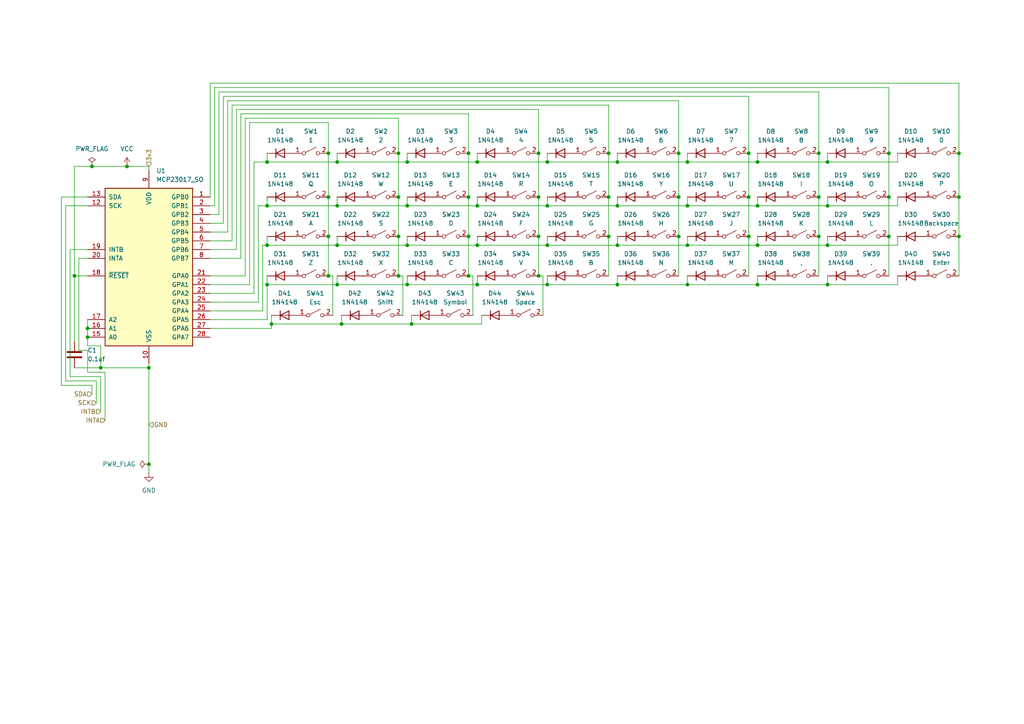
<source format=kicad_sch>
(kicad_sch (version 20250114) (generator "eeschema") (generator_version "9.0")
  (paper "A4")
  (junction (at 77.47 71.12))
  (junction (at 176.53 57.15))
  (junction (at 240.03 82.55))
  (junction (at 135.89 44.45))
  (junction (at 77.47 46.99))
  (junction (at 95.25 80.01))
  (junction (at 97.79 82.55))
  (junction (at 135.89 68.58))
  (junction (at 240.03 71.12))
  (junction (at 156.21 44.45))
  (junction (at 95.25 57.15))
  (junction (at 158.75 46.99))
  (junction (at 257.81 44.45))
  (junction (at 25.4 97.79))
  (junction (at 179.07 71.12))
  (junction (at 25.4 95.25))
  (junction (at 43.18 106.68))
  (junction (at 115.57 44.45))
  (junction (at 158.75 71.12))
  (junction (at 176.53 44.45))
  (junction (at 97.79 46.99))
  (junction (at 278.13 44.45))
  (junction (at 135.89 80.01))
  (junction (at 115.57 68.58))
  (junction (at 118.11 82.55))
  (junction (at 240.03 59.69))
  (junction (at 99.06 93.98))
  (junction (at 115.57 80.01))
  (junction (at 156.21 57.15))
  (junction (at 219.71 59.69))
  (junction (at 97.79 71.12))
  (junction (at 119.38 93.98))
  (junction (at 138.43 71.12))
  (junction (at 278.13 68.58))
  (junction (at 77.47 59.69))
  (junction (at 217.17 68.58))
  (junction (at 138.43 46.99))
  (junction (at 97.79 59.69))
  (junction (at 240.03 46.99))
  (junction (at 158.75 59.69))
  (junction (at 179.07 82.55))
  (junction (at 36.83 48.26))
  (junction (at 135.89 57.15))
  (junction (at 77.47 82.55))
  (junction (at 158.75 82.55))
  (junction (at 237.49 68.58))
  (junction (at 95.25 44.45))
  (junction (at 179.07 59.69))
  (junction (at 219.71 71.12))
  (junction (at 43.18 134.62))
  (junction (at 217.17 44.45))
  (junction (at 29.21 106.68))
  (junction (at 21.59 80.01))
  (junction (at 95.25 68.58))
  (junction (at 179.07 46.99))
  (junction (at 176.53 68.58))
  (junction (at 156.21 80.01))
  (junction (at 196.85 44.45))
  (junction (at 199.39 82.55))
  (junction (at 199.39 71.12))
  (junction (at 237.49 44.45))
  (junction (at 156.21 68.58))
  (junction (at 199.39 46.99))
  (junction (at 115.57 57.15))
  (junction (at 118.11 46.99))
  (junction (at 26.67 48.26))
  (junction (at 219.71 82.55))
  (junction (at 219.71 46.99))
  (junction (at 257.81 57.15))
  (junction (at 217.17 57.15))
  (junction (at 196.85 68.58))
  (junction (at 199.39 59.69))
  (junction (at 118.11 59.69))
  (junction (at 257.81 68.58))
  (junction (at 118.11 71.12))
  (junction (at 196.85 57.15))
  (junction (at 237.49 57.15))
  (junction (at 138.43 59.69))
  (junction (at 278.13 57.15))
  (junction (at 138.43 82.55))
  (junction (at 78.74 93.98))
  (wire (pts (xy 69.85 74.93) (xy 69.85 33.02)))
  (wire (pts (xy 157.48 80.01) (xy 156.21 80.01)))
  (wire (pts (xy 97.79 59.69) (xy 118.11 59.69)))
  (wire (pts (xy 278.13 68.58) (xy 278.13 80.01)))
  (wire (pts (xy 60.96 85.09) (xy 73.66 85.09)))
  (wire (pts (xy 156.21 31.75) (xy 156.21 44.45)))
  (wire (pts (xy 217.17 27.94) (xy 217.17 44.45)))
  (wire (pts (xy 199.39 44.45) (xy 199.39 46.99)))
  (wire (pts (xy 260.35 57.15) (xy 260.35 59.69)))
  (wire (pts (xy 95.25 44.45) (xy 95.25 57.15)))
  (wire (pts (xy 25.4 57.15) (xy 17.78 57.15)))
  (wire (pts (xy 29.21 106.68) (xy 43.18 106.68)))
  (wire (pts (xy 78.74 93.98) (xy 78.74 91.44)))
  (wire (pts (xy 62.23 59.69) (xy 62.23 25.4)))
  (wire (pts (xy 97.79 71.12) (xy 118.11 71.12)))
  (wire (pts (xy 217.17 57.15) (xy 217.17 68.58)))
  (wire (pts (xy 60.96 90.17) (xy 76.2 90.17)))
  (wire (pts (xy 115.57 68.58) (xy 115.57 80.01)))
  (wire (pts (xy 19.05 110.49) (xy 27.94 110.49)))
  (wire (pts (xy 77.47 46.99) (xy 97.79 46.99)))
  (wire (pts (xy 138.43 68.58) (xy 138.43 71.12)))
  (wire (pts (xy 138.43 44.45) (xy 138.43 46.99)))
  (wire (pts (xy 60.96 69.85) (xy 67.31 69.85)))
  (wire (pts (xy 237.49 68.58) (xy 237.49 80.01)))
  (wire (pts (xy 73.66 85.09) (xy 73.66 46.99)))
  (wire (pts (xy 78.74 95.25) (xy 78.74 93.98)))
  (wire (pts (xy 240.03 80.01) (xy 240.03 82.55)))
  (wire (pts (xy 66.04 67.31) (xy 66.04 29.21)))
  (wire (pts (xy 257.81 25.4) (xy 257.81 44.45)))
  (wire (pts (xy 135.89 68.58) (xy 135.89 80.01)))
  (wire (pts (xy 72.39 35.56) (xy 95.25 35.56)))
  (wire (pts (xy 60.96 74.93) (xy 69.85 74.93)))
  (wire (pts (xy 158.75 44.45) (xy 158.75 46.99)))
  (wire (pts (xy 240.03 44.45) (xy 240.03 46.99)))
  (wire (pts (xy 25.4 107.95) (xy 30.48 107.95)))
  (wire (pts (xy 119.38 93.98) (xy 139.7 93.98)))
  (wire (pts (xy 60.96 95.25) (xy 78.74 95.25)))
  (wire (pts (xy 96.52 80.01) (xy 95.25 80.01)))
  (wire (pts (xy 176.53 68.58) (xy 176.53 80.01)))
  (wire (pts (xy 67.31 69.85) (xy 67.31 30.48)))
  (wire (pts (xy 179.07 68.58) (xy 179.07 71.12)))
  (wire (pts (xy 21.59 106.68) (xy 29.21 106.68)))
  (wire (pts (xy 43.18 106.68) (xy 43.18 134.62)))
  (wire (pts (xy 196.85 29.21) (xy 196.85 44.45)))
  (wire (pts (xy 260.35 68.58) (xy 260.35 71.12)))
  (wire (pts (xy 97.79 80.01) (xy 97.79 82.55)))
  (wire (pts (xy 77.47 92.71) (xy 77.47 82.55)))
  (wire (pts (xy 260.35 80.01) (xy 260.35 82.55)))
  (wire (pts (xy 60.96 80.01) (xy 71.12 80.01)))
  (wire (pts (xy 60.96 82.55) (xy 72.39 82.55)))
  (wire (pts (xy 95.25 35.56) (xy 95.25 44.45)))
  (wire (pts (xy 67.31 30.48) (xy 176.53 30.48)))
  (wire (pts (xy 158.75 68.58) (xy 158.75 71.12)))
  (wire (pts (xy 22.86 101.6) (xy 25.4 101.6)))
  (wire (pts (xy 138.43 57.15) (xy 138.43 59.69)))
  (wire (pts (xy 219.71 46.99) (xy 240.03 46.99)))
  (wire (pts (xy 63.5 26.67) (xy 237.49 26.67)))
  (wire (pts (xy 257.81 44.45) (xy 257.81 57.15)))
  (wire (pts (xy 260.35 46.99) (xy 260.35 44.45)))
  (wire (pts (xy 25.4 101.6) (xy 25.4 107.95)))
  (wire (pts (xy 237.49 57.15) (xy 237.49 68.58)))
  (wire (pts (xy 116.84 91.44) (xy 116.84 80.01)))
  (wire (pts (xy 158.75 80.01) (xy 158.75 82.55)))
  (wire (pts (xy 60.96 24.13) (xy 278.13 24.13)))
  (wire (pts (xy 158.75 57.15) (xy 158.75 59.69)))
  (wire (pts (xy 156.21 44.45) (xy 156.21 57.15)))
  (wire (pts (xy 118.11 57.15) (xy 118.11 59.69)))
  (wire (pts (xy 158.75 46.99) (xy 179.07 46.99)))
  (wire (pts (xy 25.4 95.25) (xy 25.4 97.79)))
  (wire (pts (xy 97.79 46.99) (xy 118.11 46.99)))
  (wire (pts (xy 118.11 80.01) (xy 118.11 82.55)))
  (wire (pts (xy 60.96 62.23) (xy 63.5 62.23)))
  (wire (pts (xy 64.77 27.94) (xy 217.17 27.94)))
  (wire (pts (xy 43.18 49.53) (xy 43.18 48.26)))
  (wire (pts (xy 219.71 80.01) (xy 219.71 82.55)))
  (wire (pts (xy 199.39 68.58) (xy 199.39 71.12)))
  (wire (pts (xy 199.39 46.99) (xy 219.71 46.99)))
  (wire (pts (xy 99.06 93.98) (xy 119.38 93.98)))
  (wire (pts (xy 219.71 82.55) (xy 240.03 82.55)))
  (wire (pts (xy 27.94 110.49) (xy 27.94 116.84)))
  (wire (pts (xy 72.39 82.55) (xy 72.39 35.56)))
  (wire (pts (xy 217.17 68.58) (xy 217.17 80.01)))
  (wire (pts (xy 219.71 57.15) (xy 219.71 59.69)))
  (wire (pts (xy 118.11 59.69) (xy 138.43 59.69)))
  (wire (pts (xy 179.07 71.12) (xy 199.39 71.12)))
  (wire (pts (xy 62.23 25.4) (xy 257.81 25.4)))
  (wire (pts (xy 240.03 71.12) (xy 260.35 71.12)))
  (wire (pts (xy 97.79 68.58) (xy 97.79 71.12)))
  (wire (pts (xy 76.2 90.17) (xy 76.2 71.12)))
  (wire (pts (xy 240.03 59.69) (xy 260.35 59.69)))
  (wire (pts (xy 219.71 59.69) (xy 240.03 59.69)))
  (wire (pts (xy 158.75 71.12) (xy 179.07 71.12)))
  (wire (pts (xy 25.4 97.79) (xy 25.4 100.33)))
  (wire (pts (xy 278.13 57.15) (xy 278.13 68.58)))
  (wire (pts (xy 60.96 59.69) (xy 62.23 59.69)))
  (wire (pts (xy 179.07 59.69) (xy 199.39 59.69)))
  (wire (pts (xy 219.71 71.12) (xy 240.03 71.12)))
  (wire (pts (xy 196.85 68.58) (xy 196.85 80.01)))
  (wire (pts (xy 97.79 82.55) (xy 118.11 82.55)))
  (wire (pts (xy 21.59 80.01) (xy 21.59 99.06)))
  (wire (pts (xy 60.96 67.31) (xy 66.04 67.31)))
  (wire (pts (xy 179.07 44.45) (xy 179.07 46.99)))
  (wire (pts (xy 74.93 59.69) (xy 77.47 59.69)))
  (wire (pts (xy 60.96 87.63) (xy 74.93 87.63)))
  (wire (pts (xy 158.75 59.69) (xy 179.07 59.69)))
  (wire (pts (xy 179.07 46.99) (xy 199.39 46.99)))
  (wire (pts (xy 29.21 100.33) (xy 29.21 106.68)))
  (wire (pts (xy 176.53 57.15) (xy 176.53 68.58)))
  (wire (pts (xy 217.17 44.45) (xy 217.17 57.15)))
  (wire (pts (xy 64.77 64.77) (xy 64.77 27.94)))
  (wire (pts (xy 22.86 74.93) (xy 22.86 101.6)))
  (wire (pts (xy 25.4 100.33) (xy 29.21 100.33)))
  (wire (pts (xy 115.57 44.45) (xy 115.57 34.29)))
  (wire (pts (xy 25.4 72.39) (xy 20.32 72.39)))
  (wire (pts (xy 278.13 24.13) (xy 278.13 44.45)))
  (wire (pts (xy 116.84 80.01) (xy 115.57 80.01)))
  (wire (pts (xy 60.96 72.39) (xy 68.58 72.39)))
  (wire (pts (xy 20.32 72.39) (xy 20.32 109.22)))
  (wire (pts (xy 237.49 26.67) (xy 237.49 44.45)))
  (wire (pts (xy 115.57 57.15) (xy 115.57 68.58)))
  (wire (pts (xy 77.47 68.58) (xy 77.47 71.12)))
  (wire (pts (xy 135.89 57.15) (xy 135.89 68.58)))
  (wire (pts (xy 36.83 48.26) (xy 43.18 48.26)))
  (wire (pts (xy 68.58 31.75) (xy 156.21 31.75)))
  (wire (pts (xy 257.81 57.15) (xy 257.81 68.58)))
  (wire (pts (xy 60.96 57.15) (xy 60.96 24.13)))
  (wire (pts (xy 196.85 57.15) (xy 196.85 68.58)))
  (wire (pts (xy 60.96 64.77) (xy 64.77 64.77)))
  (wire (pts (xy 199.39 57.15) (xy 199.39 59.69)))
  (wire (pts (xy 43.18 134.62) (xy 43.18 137.16)))
  (wire (pts (xy 199.39 59.69) (xy 219.71 59.69)))
  (wire (pts (xy 219.71 68.58) (xy 219.71 71.12)))
  (wire (pts (xy 278.13 44.45) (xy 278.13 57.15)))
  (wire (pts (xy 199.39 71.12) (xy 219.71 71.12)))
  (wire (pts (xy 176.53 44.45) (xy 176.53 57.15)))
  (wire (pts (xy 26.67 48.26) (xy 36.83 48.26)))
  (wire (pts (xy 30.48 107.95) (xy 30.48 121.92)))
  (wire (pts (xy 21.59 48.26) (xy 26.67 48.26)))
  (wire (pts (xy 60.96 92.71) (xy 77.47 92.71)))
  (wire (pts (xy 77.47 82.55) (xy 97.79 82.55)))
  (wire (pts (xy 73.66 46.99) (xy 77.47 46.99)))
  (wire (pts (xy 74.93 87.63) (xy 74.93 59.69)))
  (wire (pts (xy 71.12 34.29) (xy 115.57 34.29)))
  (wire (pts (xy 71.12 80.01) (xy 71.12 34.29)))
  (wire (pts (xy 156.21 68.58) (xy 156.21 80.01)))
  (wire (pts (xy 135.89 44.45) (xy 135.89 57.15)))
  (wire (pts (xy 96.52 91.44) (xy 96.52 80.01)))
  (wire (pts (xy 118.11 68.58) (xy 118.11 71.12)))
  (wire (pts (xy 78.74 93.98) (xy 99.06 93.98)))
  (wire (pts (xy 199.39 82.55) (xy 219.71 82.55)))
  (wire (pts (xy 95.25 57.15) (xy 95.25 68.58)))
  (wire (pts (xy 237.49 44.45) (xy 237.49 57.15)))
  (wire (pts (xy 77.47 71.12) (xy 97.79 71.12)))
  (wire (pts (xy 138.43 46.99) (xy 158.75 46.99)))
  (wire (pts (xy 139.7 93.98) (xy 139.7 91.44)))
  (wire (pts (xy 25.4 92.71) (xy 25.4 95.25)))
  (wire (pts (xy 135.89 44.45) (xy 135.89 33.02)))
  (wire (pts (xy 179.07 57.15) (xy 179.07 59.69)))
  (wire (pts (xy 179.07 80.01) (xy 179.07 82.55)))
  (wire (pts (xy 68.58 72.39) (xy 68.58 31.75)))
  (wire (pts (xy 25.4 59.69) (xy 19.05 59.69)))
  (wire (pts (xy 137.16 80.01) (xy 135.89 80.01)))
  (wire (pts (xy 196.85 44.45) (xy 196.85 57.15)))
  (wire (pts (xy 118.11 71.12) (xy 138.43 71.12)))
  (wire (pts (xy 257.81 68.58) (xy 257.81 80.01)))
  (wire (pts (xy 179.07 82.55) (xy 199.39 82.55)))
  (wire (pts (xy 138.43 59.69) (xy 158.75 59.69)))
  (wire (pts (xy 19.05 59.69) (xy 19.05 110.49)))
  (wire (pts (xy 25.4 80.01) (xy 21.59 80.01)))
  (wire (pts (xy 138.43 82.55) (xy 158.75 82.55)))
  (wire (pts (xy 240.03 46.99) (xy 260.35 46.99)))
  (wire (pts (xy 118.11 46.99) (xy 138.43 46.99)))
  (wire (pts (xy 156.21 57.15) (xy 156.21 68.58)))
  (wire (pts (xy 240.03 57.15) (xy 240.03 59.69)))
  (wire (pts (xy 43.18 105.41) (xy 43.18 106.68)))
  (wire (pts (xy 26.67 111.76) (xy 26.67 114.3)))
  (wire (pts (xy 21.59 80.01) (xy 21.59 48.26)))
  (wire (pts (xy 17.78 111.76) (xy 26.67 111.76)))
  (wire (pts (xy 118.11 82.55) (xy 138.43 82.55)))
  (wire (pts (xy 115.57 44.45) (xy 115.57 57.15)))
  (wire (pts (xy 69.85 33.02) (xy 135.89 33.02)))
  (wire (pts (xy 95.25 68.58) (xy 95.25 80.01)))
  (wire (pts (xy 138.43 80.01) (xy 138.43 82.55)))
  (wire (pts (xy 240.03 82.55) (xy 260.35 82.55)))
  (wire (pts (xy 97.79 57.15) (xy 97.79 59.69)))
  (wire (pts (xy 76.2 71.12) (xy 77.47 71.12)))
  (wire (pts (xy 219.71 44.45) (xy 219.71 46.99)))
  (wire (pts (xy 77.47 82.55) (xy 77.47 80.01)))
  (wire (pts (xy 77.47 44.45) (xy 77.47 46.99)))
  (wire (pts (xy 77.47 57.15) (xy 77.47 59.69)))
  (wire (pts (xy 138.43 71.12) (xy 158.75 71.12)))
  (wire (pts (xy 157.48 91.44) (xy 157.48 80.01)))
  (wire (pts (xy 137.16 91.44) (xy 137.16 80.01)))
  (wire (pts (xy 20.32 109.22) (xy 29.21 109.22)))
  (wire (pts (xy 119.38 91.44) (xy 119.38 93.98)))
  (wire (pts (xy 99.06 91.44) (xy 99.06 93.98)))
  (wire (pts (xy 63.5 62.23) (xy 63.5 26.67)))
  (wire (pts (xy 118.11 44.45) (xy 118.11 46.99)))
  (wire (pts (xy 176.53 30.48) (xy 176.53 44.45)))
  (wire (pts (xy 158.75 82.55) (xy 179.07 82.55)))
  (wire (pts (xy 66.04 29.21) (xy 196.85 29.21)))
  (wire (pts (xy 97.79 44.45) (xy 97.79 46.99)))
  (wire (pts (xy 29.21 109.22) (xy 29.21 119.38)))
  (wire (pts (xy 77.47 59.69) (xy 97.79 59.69)))
  (wire (pts (xy 17.78 57.15) (xy 17.78 111.76)))
  (wire (pts (xy 25.4 74.93) (xy 22.86 74.93)))
  (wire (pts (xy 240.03 68.58) (xy 240.03 71.12)))
  (wire (pts (xy 199.39 80.01) (xy 199.39 82.55)))
  (hierarchical_label "SDA" (shape input) (at 26.67 114.3 180))
  (hierarchical_label "INTA" (shape input) (at 30.48 121.92 180))
  (hierarchical_label "SCK" (shape input) (at 27.94 116.84 180))
  (hierarchical_label "3v3" (shape input) (at 43.18 48.26 90))
  (hierarchical_label "INTB" (shape input) (at 29.21 119.38 180))
  (hierarchical_label "GND" (shape input) (at 43.18 123.19 0))
  (symbol (lib_id "Switch:SW_SPST") (at 212.09 80.01 0) (unit 1)
    (property "Reference" "SW37" (at 212.09 73.66 0))
    (property "Value" "M" (at 212.09 76.2 0))
    (property "Footprint" "PTS526_SM15_SMTR2_LFS:SON4_PTS526 SM15 SMTR2 LFS_CNK FLIPPED PINS" (effects (hide yes)))
    (property "Description" "Single Pole Single Throw (SPST) switch" (effects (hide yes)))
  )
  (symbol (lib_id "Switch:SW_SPST") (at 152.4 91.44 0) (unit 1)
    (property "Reference" "SW44" (at 152.4 85.09 0))
    (property "Value" "Space" (at 152.4 87.63 0))
    (property "Footprint" "PTS526_SM15_SMTR2_LFS:SON4_PTS526 SM15 SMTR2 LFS_CNK FLIPPED PINS" (effects (hide yes)))
    (property "Description" "Single Pole Single Throw (SPST) switch" (effects (hide yes)))
  )
  (symbol (lib_id "Diode:1N4148") (at 81.28 44.45 0) (unit 1)
    (property "Reference" "D1" (at 81.28 38.1 0))
    (property "Value" "1N4148" (at 81.28 40.64 0))
    (property "Footprint" "Diode_SMD:D_SOD-323_HandSoldering" (effects (hide yes)))
    (property "Datasheet" "https://assets.nexperia.com/documents/data-sheet/1N4148_1N4448.pdf" (effects (hide yes)))
    (property "Description" "100V 0.15A standard switching diode, DO-35" (effects (hide yes)))
    (property "Sim.Device" "D" (effects (hide yes)))
    (property "Sim.Pins" "1=K 2=A" (effects (hide yes)))
  )
  (symbol (lib_id "Diode:1N4148") (at 102.87 91.44 0) (unit 1)
    (property "Reference" "D42" (at 102.87 85.09 0))
    (property "Value" "1N4148" (at 102.87 87.63 0))
    (property "Footprint" "Diode_SMD:D_SOD-323_HandSoldering" (effects (hide yes)))
    (property "Datasheet" "https://assets.nexperia.com/documents/data-sheet/1N4148_1N4448.pdf" (effects (hide yes)))
    (property "Description" "100V 0.15A standard switching diode, DO-35" (effects (hide yes)))
    (property "Sim.Device" "D" (effects (hide yes)))
    (property "Sim.Pins" "1=K 2=A" (effects (hide yes)))
  )
  (symbol (lib_id "Switch:SW_SPST") (at 151.13 68.58 0) (unit 1)
    (property "Reference" "SW24" (at 151.13 62.23 0))
    (property "Value" "F" (at 151.13 64.77 0))
    (property "Footprint" "PTS526_SM15_SMTR2_LFS:SON4_PTS526 SM15 SMTR2 LFS_CNK FLIPPED PINS" (effects (hide yes)))
    (property "Description" "Single Pole Single Throw (SPST) switch" (effects (hide yes)))
  )
  (symbol (lib_id "Diode:1N4148") (at 142.24 57.15 0) (unit 1)
    (property "Reference" "D14" (at 142.24 50.8 0))
    (property "Value" "1N4148" (at 142.24 53.34 0))
    (property "Footprint" "Diode_SMD:D_SOD-323_HandSoldering" (effects (hide yes)))
    (property "Datasheet" "https://assets.nexperia.com/documents/data-sheet/1N4148_1N4448.pdf" (effects (hide yes)))
    (property "Description" "100V 0.15A standard switching diode, DO-35" (effects (hide yes)))
    (property "Sim.Device" "D" (effects (hide yes)))
    (property "Sim.Pins" "1=K 2=A" (effects (hide yes)))
  )
  (symbol (lib_id "Switch:SW_SPST") (at 111.76 91.44 0) (unit 1)
    (property "Reference" "SW42" (at 111.76 85.09 0))
    (property "Value" "Shift" (at 111.76 87.63 0))
    (property "Footprint" "PTS526_SM15_SMTR2_LFS:SON4_PTS526 SM15 SMTR2 LFS_CNK FLIPPED PINS" (effects (hide yes)))
    (property "Description" "Single Pole Single Throw (SPST) switch" (effects (hide yes)))
  )
  (symbol (lib_id "Switch:SW_SPST") (at 232.41 68.58 0) (unit 1)
    (property "Reference" "SW28" (at 232.41 62.23 0))
    (property "Value" "K" (at 232.41 64.77 0))
    (property "Footprint" "PTS526_SM15_SMTR2_LFS:SON4_PTS526 SM15 SMTR2 LFS_CNK FLIPPED PINS" (effects (hide yes)))
    (property "Description" "Single Pole Single Throw (SPST) switch" (effects (hide yes)))
  )
  (symbol (lib_id "Diode:1N4148") (at 223.52 44.45 0) (unit 1)
    (property "Reference" "D8" (at 223.52 38.1 0))
    (property "Value" "1N4148" (at 223.52 40.64 0))
    (property "Footprint" "Diode_SMD:D_SOD-323_HandSoldering" (effects (hide yes)))
    (property "Datasheet" "https://assets.nexperia.com/documents/data-sheet/1N4148_1N4448.pdf" (effects (hide yes)))
    (property "Description" "100V 0.15A standard switching diode, DO-35" (effects (hide yes)))
    (property "Sim.Device" "D" (effects (hide yes)))
    (property "Sim.Pins" "1=K 2=A" (effects (hide yes)))
  )
  (symbol (lib_id "Switch:SW_SPST") (at 191.77 57.15 0) (unit 1)
    (property "Reference" "SW16" (at 191.77 50.8 0))
    (property "Value" "Y" (at 191.77 53.34 0))
    (property "Footprint" "PTS526_SM15_SMTR2_LFS:SON4_PTS526 SM15 SMTR2 LFS_CNK FLIPPED PINS" (effects (hide yes)))
    (property "Description" "Single Pole Single Throw (SPST) switch" (effects (hide yes)))
  )
  (symbol (lib_id "Diode:1N4148") (at 121.92 57.15 0) (unit 1)
    (property "Reference" "D13" (at 121.92 50.8 0))
    (property "Value" "1N4148" (at 121.92 53.34 0))
    (property "Footprint" "Diode_SMD:D_SOD-323_HandSoldering" (effects (hide yes)))
    (property "Datasheet" "https://assets.nexperia.com/documents/data-sheet/1N4148_1N4448.pdf" (effects (hide yes)))
    (property "Description" "100V 0.15A standard switching diode, DO-35" (effects (hide yes)))
    (property "Sim.Device" "D" (effects (hide yes)))
    (property "Sim.Pins" "1=K 2=A" (effects (hide yes)))
  )
  (symbol (lib_id "Diode:1N4148") (at 243.84 57.15 0) (unit 1)
    (property "Reference" "D19" (at 243.84 50.8 0))
    (property "Value" "1N4148" (at 243.84 53.34 0))
    (property "Footprint" "Diode_SMD:D_SOD-323_HandSoldering" (effects (hide yes)))
    (property "Datasheet" "https://assets.nexperia.com/documents/data-sheet/1N4148_1N4448.pdf" (effects (hide yes)))
    (property "Description" "100V 0.15A standard switching diode, DO-35" (effects (hide yes)))
    (property "Sim.Device" "D" (effects (hide yes)))
    (property "Sim.Pins" "1=K 2=A" (effects (hide yes)))
  )
  (symbol (lib_id "Diode:1N4148") (at 243.84 80.01 0) (unit 1)
    (property "Reference" "D39" (at 243.84 73.66 0))
    (property "Value" "1N4148" (at 243.84 76.2 0))
    (property "Footprint" "Diode_SMD:D_SOD-323_HandSoldering" (effects (hide yes)))
    (property "Datasheet" "https://assets.nexperia.com/documents/data-sheet/1N4148_1N4448.pdf" (effects (hide yes)))
    (property "Description" "100V 0.15A standard switching diode, DO-35" (effects (hide yes)))
    (property "Sim.Device" "D" (effects (hide yes)))
    (property "Sim.Pins" "1=K 2=A" (effects (hide yes)))
  )
  (symbol (lib_id "Switch:SW_SPST") (at 252.73 80.01 0) (unit 1)
    (property "Reference" "SW39" (at 252.73 73.66 0))
    (property "Value" "." (at 252.73 76.2 0))
    (property "Footprint" "PTS526_SM15_SMTR2_LFS:SON4_PTS526 SM15 SMTR2 LFS_CNK FLIPPED PINS" (effects (hide yes)))
    (property "Description" "Single Pole Single Throw (SPST) switch" (effects (hide yes)))
  )
  (symbol (lib_id "Switch:SW_SPST") (at 212.09 68.58 0) (unit 1)
    (property "Reference" "SW27" (at 212.09 62.23 0))
    (property "Value" "J" (at 212.09 64.77 0))
    (property "Footprint" "PTS526_SM15_SMTR2_LFS:SON4_PTS526 SM15 SMTR2 LFS_CNK FLIPPED PINS" (effects (hide yes)))
    (property "Description" "Single Pole Single Throw (SPST) switch" (effects (hide yes)))
  )
  (symbol (lib_id "Diode:1N4148") (at 162.56 57.15 0) (unit 1)
    (property "Reference" "D15" (at 162.56 50.8 0))
    (property "Value" "1N4148" (at 162.56 53.34 0))
    (property "Footprint" "Diode_SMD:D_SOD-323_HandSoldering" (effects (hide yes)))
    (property "Datasheet" "https://assets.nexperia.com/documents/data-sheet/1N4148_1N4448.pdf" (effects (hide yes)))
    (property "Description" "100V 0.15A standard switching diode, DO-35" (effects (hide yes)))
    (property "Sim.Device" "D" (effects (hide yes)))
    (property "Sim.Pins" "1=K 2=A" (effects (hide yes)))
  )
  (symbol (lib_id "Switch:SW_SPST") (at 151.13 57.15 0) (unit 1)
    (property "Reference" "SW14" (at 151.13 50.8 0))
    (property "Value" "R" (at 151.13 53.34 0))
    (property "Footprint" "PTS526_SM15_SMTR2_LFS:SON4_PTS526 SM15 SMTR2 LFS_CNK FLIPPED PINS" (effects (hide yes)))
    (property "Description" "Single Pole Single Throw (SPST) switch" (effects (hide yes)))
  )
  (symbol (lib_id "Switch:SW_SPST") (at 130.81 80.01 0) (unit 1)
    (property "Reference" "SW33" (at 130.81 73.66 0))
    (property "Value" "C" (at 130.81 76.2 0))
    (property "Footprint" "PTS526_SM15_SMTR2_LFS:SON4_PTS526 SM15 SMTR2 LFS_CNK FLIPPED PINS" (effects (hide yes)))
    (property "Description" "Single Pole Single Throw (SPST) switch" (effects (hide yes)))
  )
  (symbol (lib_id "Switch:SW_SPST") (at 273.05 44.45 0) (unit 1)
    (property "Reference" "SW10" (at 273.05 38.1 0))
    (property "Value" "0" (at 273.05 40.64 0))
    (property "Footprint" "PTS526_SM15_SMTR2_LFS:SON4_PTS526 SM15 SMTR2 LFS_CNK FLIPPED PINS" (effects (hide yes)))
    (property "Description" "Single Pole Single Throw (SPST) switch" (effects (hide yes)))
  )
  (symbol (lib_id "Switch:SW_SPST") (at 90.17 80.01 0) (unit 1)
    (property "Reference" "SW31" (at 90.17 73.66 0))
    (property "Value" "Z" (at 90.17 76.2 0))
    (property "Footprint" "PTS526_SM15_SMTR2_LFS:SON4_PTS526 SM15 SMTR2 LFS_CNK FLIPPED PINS" (effects (hide yes)))
    (property "Description" "Single Pole Single Throw (SPST) switch" (effects (hide yes)))
  )
  (symbol (lib_id "Diode:1N4148") (at 182.88 57.15 0) (unit 1)
    (property "Reference" "D16" (at 182.88 50.8 0))
    (property "Value" "1N4148" (at 182.88 53.34 0))
    (property "Footprint" "Diode_SMD:D_SOD-323_HandSoldering" (effects (hide yes)))
    (property "Datasheet" "https://assets.nexperia.com/documents/data-sheet/1N4148_1N4448.pdf" (effects (hide yes)))
    (property "Description" "100V 0.15A standard switching diode, DO-35" (effects (hide yes)))
    (property "Sim.Device" "D" (effects (hide yes)))
    (property "Sim.Pins" "1=K 2=A" (effects (hide yes)))
  )
  (symbol (lib_id "Diode:1N4148") (at 121.92 68.58 0) (unit 1)
    (property "Reference" "D23" (at 121.92 62.23 0))
    (property "Value" "1N4148" (at 121.92 64.77 0))
    (property "Footprint" "Diode_SMD:D_SOD-323_HandSoldering" (effects (hide yes)))
    (property "Datasheet" "https://assets.nexperia.com/documents/data-sheet/1N4148_1N4448.pdf" (effects (hide yes)))
    (property "Description" "100V 0.15A standard switching diode, DO-35" (effects (hide yes)))
    (property "Sim.Device" "D" (effects (hide yes)))
    (property "Sim.Pins" "1=K 2=A" (effects (hide yes)))
  )
  (symbol (lib_id "Switch:SW_SPST") (at 252.73 44.45 0) (unit 1)
    (property "Reference" "SW9" (at 252.73 38.1 0))
    (property "Value" "9" (at 252.73 40.64 0))
    (property "Footprint" "PTS526_SM15_SMTR2_LFS:SON4_PTS526 SM15 SMTR2 LFS_CNK FLIPPED PINS" (effects (hide yes)))
    (property "Description" "Single Pole Single Throw (SPST) switch" (effects (hide yes)))
  )
  (symbol (lib_id "Switch:SW_SPST") (at 130.81 68.58 0) (unit 1)
    (property "Reference" "SW23" (at 130.81 62.23 0))
    (property "Value" "D" (at 130.81 64.77 0))
    (property "Footprint" "PTS526_SM15_SMTR2_LFS:SON4_PTS526 SM15 SMTR2 LFS_CNK FLIPPED PINS" (effects (hide yes)))
    (property "Description" "Single Pole Single Throw (SPST) switch" (effects (hide yes)))
  )
  (symbol (lib_id "Switch:SW_SPST") (at 171.45 57.15 0) (unit 1)
    (property "Reference" "SW15" (at 171.45 50.8 0))
    (property "Value" "T" (at 171.45 53.34 0))
    (property "Footprint" "PTS526_SM15_SMTR2_LFS:SON4_PTS526 SM15 SMTR2 LFS_CNK FLIPPED PINS" (effects (hide yes)))
    (property "Description" "Single Pole Single Throw (SPST) switch" (effects (hide yes)))
  )
  (symbol (lib_id "Diode:1N4148") (at 101.6 57.15 0) (unit 1)
    (property "Reference" "D12" (at 101.6 50.8 0))
    (property "Value" "1N4148" (at 101.6 53.34 0))
    (property "Footprint" "Diode_SMD:D_SOD-323_HandSoldering" (effects (hide yes)))
    (property "Datasheet" "https://assets.nexperia.com/documents/data-sheet/1N4148_1N4448.pdf" (effects (hide yes)))
    (property "Description" "100V 0.15A standard switching diode, DO-35" (effects (hide yes)))
    (property "Sim.Device" "D" (effects (hide yes)))
    (property "Sim.Pins" "1=K 2=A" (effects (hide yes)))
  )
  (symbol (lib_id "Switch:SW_SPST") (at 212.09 44.45 0) (unit 1)
    (property "Reference" "SW7" (at 212.09 38.1 0))
    (property "Value" "7" (at 212.09 40.64 0))
    (property "Footprint" "PTS526_SM15_SMTR2_LFS:SON4_PTS526 SM15 SMTR2 LFS_CNK FLIPPED PINS" (effects (hide yes)))
    (property "Description" "Single Pole Single Throw (SPST) switch" (effects (hide yes)))
  )
  (symbol (lib_id "Switch:SW_SPST") (at 90.17 68.58 0) (unit 1)
    (property "Reference" "SW21" (at 90.17 62.23 0))
    (property "Value" "A" (at 90.17 64.77 0))
    (property "Footprint" "PTS526_SM15_SMTR2_LFS:SON4_PTS526 SM15 SMTR2 LFS_CNK FLIPPED PINS" (effects (hide yes)))
    (property "Description" "Single Pole Single Throw (SPST) switch" (effects (hide yes)))
  )
  (symbol (lib_id "Switch:SW_SPST") (at 91.44 91.44 0) (unit 1)
    (property "Reference" "SW41" (at 91.44 85.09 0))
    (property "Value" "Esc" (at 91.44 87.63 0))
    (property "Footprint" "PTS526_SM15_SMTR2_LFS:SON4_PTS526 SM15 SMTR2 LFS_CNK FLIPPED PINS" (effects (hide yes)))
    (property "Description" "Single Pole Single Throw (SPST) switch" (effects (hide yes)))
  )
  (symbol (lib_id "Diode:1N4148") (at 264.16 44.45 0) (unit 1)
    (property "Reference" "D10" (at 264.16 38.1 0))
    (property "Value" "1N4148" (at 264.16 40.64 0))
    (property "Footprint" "Diode_SMD:D_SOD-323_HandSoldering" (effects (hide yes)))
    (property "Datasheet" "https://assets.nexperia.com/documents/data-sheet/1N4148_1N4448.pdf" (effects (hide yes)))
    (property "Description" "100V 0.15A standard switching diode, DO-35" (effects (hide yes)))
    (property "Sim.Device" "D" (effects (hide yes)))
    (property "Sim.Pins" "1=K 2=A" (effects (hide yes)))
  )
  (symbol (lib_id "Switch:SW_SPST") (at 273.05 80.01 0) (unit 1)
    (property "Reference" "SW40" (at 273.05 73.66 0))
    (property "Value" "Enter" (at 273.05 76.2 0))
    (property "Footprint" "PTS526_SM15_SMTR2_LFS:SON4_PTS526 SM15 SMTR2 LFS_CNK FLIPPED PINS" (effects (hide yes)))
    (property "Description" "Single Pole Single Throw (SPST) switch" (effects (hide yes)))
  )
  (symbol (lib_id "Diode:1N4148") (at 264.16 68.58 0) (unit 1)
    (property "Reference" "D30" (at 264.16 62.23 0))
    (property "Value" "1N4148" (at 264.16 64.77 0))
    (property "Footprint" "Diode_SMD:D_SOD-323_HandSoldering" (effects (hide yes)))
    (property "Datasheet" "https://assets.nexperia.com/documents/data-sheet/1N4148_1N4448.pdf" (effects (hide yes)))
    (property "Description" "100V 0.15A standard switching diode, DO-35" (effects (hide yes)))
    (property "Sim.Device" "D" (effects (hide yes)))
    (property "Sim.Pins" "1=K 2=A" (effects (hide yes)))
  )
  (symbol (lib_id "Diode:1N4148") (at 203.2 57.15 0) (unit 1)
    (property "Reference" "D17" (at 203.2 50.8 0))
    (property "Value" "1N4148" (at 203.2 53.34 0))
    (property "Footprint" "Diode_SMD:D_SOD-323_HandSoldering" (effects (hide yes)))
    (property "Datasheet" "https://assets.nexperia.com/documents/data-sheet/1N4148_1N4448.pdf" (effects (hide yes)))
    (property "Description" "100V 0.15A standard switching diode, DO-35" (effects (hide yes)))
    (property "Sim.Device" "D" (effects (hide yes)))
    (property "Sim.Pins" "1=K 2=A" (effects (hide yes)))
  )
  (symbol (lib_id "Diode:1N4148") (at 101.6 80.01 0) (unit 1)
    (property "Reference" "D32" (at 101.6 73.66 0))
    (property "Value" "1N4148" (at 101.6 76.2 0))
    (property "Footprint" "Diode_SMD:D_SOD-323_HandSoldering" (effects (hide yes)))
    (property "Datasheet" "https://assets.nexperia.com/documents/data-sheet/1N4148_1N4448.pdf" (effects (hide yes)))
    (property "Description" "100V 0.15A standard switching diode, DO-35" (effects (hide yes)))
    (property "Sim.Device" "D" (effects (hide yes)))
    (property "Sim.Pins" "1=K 2=A" (effects (hide yes)))
  )
  (symbol (lib_id "Switch:SW_SPST") (at 273.05 68.58 0) (unit 1)
    (property "Reference" "SW30" (at 273.05 62.23 0))
    (property "Value" "Backspace" (at 273.05 64.77 0))
    (property "Footprint" "PTS526_SM15_SMTR2_LFS:SON4_PTS526 SM15 SMTR2 LFS_CNK FLIPPED PINS" (effects (hide yes)))
    (property "Description" "Single Pole Single Throw (SPST) switch" (effects (hide yes)))
  )
  (symbol (lib_id "Switch:SW_SPST") (at 110.49 57.15 0) (unit 1)
    (property "Reference" "SW12" (at 110.49 50.8 0))
    (property "Value" "W" (at 110.49 53.34 0))
    (property "Footprint" "PTS526_SM15_SMTR2_LFS:SON4_PTS526 SM15 SMTR2 LFS_CNK FLIPPED PINS" (effects (hide yes)))
    (property "Description" "Single Pole Single Throw (SPST) switch" (effects (hide yes)))
  )
  (symbol (lib_id "Switch:SW_SPST") (at 110.49 68.58 0) (unit 1)
    (property "Reference" "SW22" (at 110.49 62.23 0))
    (property "Value" "S" (at 110.49 64.77 0))
    (property "Footprint" "PTS526_SM15_SMTR2_LFS:SON4_PTS526 SM15 SMTR2 LFS_CNK FLIPPED PINS" (effects (hide yes)))
    (property "Description" "Single Pole Single Throw (SPST) switch" (effects (hide yes)))
  )
  (symbol (lib_id "Switch:SW_SPST") (at 212.09 57.15 0) (unit 1)
    (property "Reference" "SW17" (at 212.09 50.8 0))
    (property "Value" "U" (at 212.09 53.34 0))
    (property "Footprint" "PTS526_SM15_SMTR2_LFS:SON4_PTS526 SM15 SMTR2 LFS_CNK FLIPPED PINS" (effects (hide yes)))
    (property "Description" "Single Pole Single Throw (SPST) switch" (effects (hide yes)))
  )
  (symbol (lib_id "Switch:SW_SPST") (at 130.81 57.15 0) (unit 1)
    (property "Reference" "SW13" (at 130.81 50.8 0))
    (property "Value" "E" (at 130.81 53.34 0))
    (property "Footprint" "PTS526_SM15_SMTR2_LFS:SON4_PTS526 SM15 SMTR2 LFS_CNK FLIPPED PINS" (effects (hide yes)))
    (property "Description" "Single Pole Single Throw (SPST) switch" (effects (hide yes)))
  )
  (symbol (lib_id "Diode:1N4148") (at 82.55 91.44 0) (unit 1)
    (property "Reference" "D41" (at 82.55 85.09 0))
    (property "Value" "1N4148" (at 82.55 87.63 0))
    (property "Footprint" "Diode_SMD:D_SOD-323_HandSoldering" (effects (hide yes)))
    (property "Datasheet" "https://assets.nexperia.com/documents/data-sheet/1N4148_1N4448.pdf" (effects (hide yes)))
    (property "Description" "100V 0.15A standard switching diode, DO-35" (effects (hide yes)))
    (property "Sim.Device" "D" (effects (hide yes)))
    (property "Sim.Pins" "1=K 2=A" (effects (hide yes)))
  )
  (symbol (lib_id "power:GND") (at 43.18 137.16 0) (unit 1)
    (property "Reference" "#PWR02" (effects (hide yes)))
    (property "Value" "GND" (at 43.18 142.24 0))
    (property "Description" "Power symbol creates a global label with name \"GND\" , ground" (effects (hide yes)))
  )
  (symbol (lib_id "Switch:SW_SPST") (at 232.41 80.01 0) (unit 1)
    (property "Reference" "SW38" (at 232.41 73.66 0))
    (property "Value" "," (at 232.41 76.2 0))
    (property "Footprint" "PTS526_SM15_SMTR2_LFS:SON4_PTS526 SM15 SMTR2 LFS_CNK FLIPPED PINS" (effects (hide yes)))
    (property "Description" "Single Pole Single Throw (SPST) switch" (effects (hide yes)))
  )
  (symbol (lib_id "power:PWR_FLAG") (at 43.18 134.62 90) (unit 1)
    (property "Reference" "#FLG02" (effects (hide yes)))
    (property "Value" "PWR_FLAG" (at 39.37 134.6199 90) (effects (justify left)))
    (property "Description" "Special symbol for telling ERC where power comes from" (effects (hide yes)))
  )
  (symbol (lib_id "Diode:1N4148") (at 203.2 44.45 0) (unit 1)
    (property "Reference" "D7" (at 203.2 38.1 0))
    (property "Value" "1N4148" (at 203.2 40.64 0))
    (property "Footprint" "Diode_SMD:D_SOD-323_HandSoldering" (effects (hide yes)))
    (property "Datasheet" "https://assets.nexperia.com/documents/data-sheet/1N4148_1N4448.pdf" (effects (hide yes)))
    (property "Description" "100V 0.15A standard switching diode, DO-35" (effects (hide yes)))
    (property "Sim.Device" "D" (effects (hide yes)))
    (property "Sim.Pins" "1=K 2=A" (effects (hide yes)))
  )
  (symbol (lib_id "Switch:SW_SPST") (at 151.13 44.45 0) (unit 1)
    (property "Reference" "SW4" (at 151.13 38.1 0))
    (property "Value" "4" (at 151.13 40.64 0))
    (property "Footprint" "PTS526_SM15_SMTR2_LFS:SON4_PTS526 SM15 SMTR2 LFS_CNK FLIPPED PINS" (effects (hide yes)))
    (property "Description" "Single Pole Single Throw (SPST) switch" (effects (hide yes)))
  )
  (symbol (lib_id "Diode:1N4148") (at 243.84 68.58 0) (unit 1)
    (property "Reference" "D29" (at 243.84 62.23 0))
    (property "Value" "1N4148" (at 243.84 64.77 0))
    (property "Footprint" "Diode_SMD:D_SOD-323_HandSoldering" (effects (hide yes)))
    (property "Datasheet" "https://assets.nexperia.com/documents/data-sheet/1N4148_1N4448.pdf" (effects (hide yes)))
    (property "Description" "100V 0.15A standard switching diode, DO-35" (effects (hide yes)))
    (property "Sim.Device" "D" (effects (hide yes)))
    (property "Sim.Pins" "1=K 2=A" (effects (hide yes)))
  )
  (symbol (lib_id "Diode:1N4148") (at 162.56 80.01 0) (unit 1)
    (property "Reference" "D35" (at 162.56 73.66 0))
    (property "Value" "1N4148" (at 162.56 76.2 0))
    (property "Footprint" "Diode_SMD:D_SOD-323_HandSoldering" (effects (hide yes)))
    (property "Datasheet" "https://assets.nexperia.com/documents/data-sheet/1N4148_1N4448.pdf" (effects (hide yes)))
    (property "Description" "100V 0.15A standard switching diode, DO-35" (effects (hide yes)))
    (property "Sim.Device" "D" (effects (hide yes)))
    (property "Sim.Pins" "1=K 2=A" (effects (hide yes)))
  )
  (symbol (lib_id "Diode:1N4148") (at 162.56 44.45 0) (unit 1)
    (property "Reference" "D5" (at 162.56 38.1 0))
    (property "Value" "1N4148" (at 162.56 40.64 0))
    (property "Footprint" "Diode_SMD:D_SOD-323_HandSoldering" (effects (hide yes)))
    (property "Datasheet" "https://assets.nexperia.com/documents/data-sheet/1N4148_1N4448.pdf" (effects (hide yes)))
    (property "Description" "100V 0.15A standard switching diode, DO-35" (effects (hide yes)))
    (property "Sim.Device" "D" (effects (hide yes)))
    (property "Sim.Pins" "1=K 2=A" (effects (hide yes)))
  )
  (symbol (lib_id "Diode:1N4148") (at 203.2 68.58 0) (unit 1)
    (property "Reference" "D27" (at 203.2 62.23 0))
    (property "Value" "1N4148" (at 203.2 64.77 0))
    (property "Footprint" "Diode_SMD:D_SOD-323_HandSoldering" (effects (hide yes)))
    (property "Datasheet" "https://assets.nexperia.com/documents/data-sheet/1N4148_1N4448.pdf" (effects (hide yes)))
    (property "Description" "100V 0.15A standard switching diode, DO-35" (effects (hide yes)))
    (property "Sim.Device" "D" (effects (hide yes)))
    (property "Sim.Pins" "1=K 2=A" (effects (hide yes)))
  )
  (symbol (lib_id "Switch:SW_SPST") (at 232.41 44.45 0) (unit 1)
    (property "Reference" "SW8" (at 232.41 38.1 0))
    (property "Value" "8" (at 232.41 40.64 0))
    (property "Footprint" "PTS526_SM15_SMTR2_LFS:SON4_PTS526 SM15 SMTR2 LFS_CNK FLIPPED PINS" (effects (hide yes)))
    (property "Description" "Single Pole Single Throw (SPST) switch" (effects (hide yes)))
  )
  (symbol (lib_id "Diode:1N4148") (at 182.88 44.45 0) (unit 1)
    (property "Reference" "D6" (at 182.88 38.1 0))
    (property "Value" "1N4148" (at 182.88 40.64 0))
    (property "Footprint" "Diode_SMD:D_SOD-323_HandSoldering" (effects (hide yes)))
    (property "Datasheet" "https://assets.nexperia.com/documents/data-sheet/1N4148_1N4448.pdf" (effects (hide yes)))
    (property "Description" "100V 0.15A standard switching diode, DO-35" (effects (hide yes)))
    (property "Sim.Device" "D" (effects (hide yes)))
    (property "Sim.Pins" "1=K 2=A" (effects (hide yes)))
  )
  (symbol (lib_id "Diode:1N4148") (at 223.52 57.15 0) (unit 1)
    (property "Reference" "D18" (at 223.52 50.8 0))
    (property "Value" "1N4148" (at 223.52 53.34 0))
    (property "Footprint" "Diode_SMD:D_SOD-323_HandSoldering" (effects (hide yes)))
    (property "Datasheet" "https://assets.nexperia.com/documents/data-sheet/1N4148_1N4448.pdf" (effects (hide yes)))
    (property "Description" "100V 0.15A standard switching diode, DO-35" (effects (hide yes)))
    (property "Sim.Device" "D" (effects (hide yes)))
    (property "Sim.Pins" "1=K 2=A" (effects (hide yes)))
  )
  (symbol (lib_id "Diode:1N4148") (at 123.19 91.44 0) (unit 1)
    (property "Reference" "D43" (at 123.19 85.09 0))
    (property "Value" "1N4148" (at 123.19 87.63 0))
    (property "Footprint" "Diode_SMD:D_SOD-323_HandSoldering" (effects (hide yes)))
    (property "Datasheet" "https://assets.nexperia.com/documents/data-sheet/1N4148_1N4448.pdf" (effects (hide yes)))
    (property "Description" "100V 0.15A standard switching diode, DO-35" (effects (hide yes)))
    (property "Sim.Device" "D" (effects (hide yes)))
    (property "Sim.Pins" "1=K 2=A" (effects (hide yes)))
  )
  (symbol (lib_id "Switch:SW_SPST") (at 90.17 57.15 0) (unit 1)
    (property "Reference" "SW11" (at 90.17 50.8 0))
    (property "Value" "Q" (at 90.17 53.34 0))
    (property "Footprint" "PTS526_SM15_SMTR2_LFS:SON4_PTS526 SM15 SMTR2 LFS_CNK FLIPPED PINS" (effects (hide yes)))
    (property "Description" "Single Pole Single Throw (SPST) switch" (effects (hide yes)))
  )
  (symbol (lib_id "Diode:1N4148") (at 264.16 80.01 0) (unit 1)
    (property "Reference" "D40" (at 264.16 73.66 0))
    (property "Value" "1N4148" (at 264.16 76.2 0))
    (property "Footprint" "Diode_SMD:D_SOD-323_HandSoldering" (effects (hide yes)))
    (property "Datasheet" "https://assets.nexperia.com/documents/data-sheet/1N4148_1N4448.pdf" (effects (hide yes)))
    (property "Description" "100V 0.15A standard switching diode, DO-35" (effects (hide yes)))
    (property "Sim.Device" "D" (effects (hide yes)))
    (property "Sim.Pins" "1=K 2=A" (effects (hide yes)))
  )
  (symbol (lib_id "Diode:1N4148") (at 143.51 91.44 0) (unit 1)
    (property "Reference" "D44" (at 143.51 85.09 0))
    (property "Value" "1N4148" (at 143.51 87.63 0))
    (property "Footprint" "Diode_SMD:D_SOD-323_HandSoldering" (effects (hide yes)))
    (property "Datasheet" "https://assets.nexperia.com/documents/data-sheet/1N4148_1N4448.pdf" (effects (hide yes)))
    (property "Description" "100V 0.15A standard switching diode, DO-35" (effects (hide yes)))
    (property "Sim.Device" "D" (effects (hide yes)))
    (property "Sim.Pins" "1=K 2=A" (effects (hide yes)))
  )
  (symbol (lib_id "Switch:SW_SPST") (at 273.05 57.15 0) (unit 1)
    (property "Reference" "SW20" (at 273.05 50.8 0))
    (property "Value" "P" (at 273.05 53.34 0))
    (property "Footprint" "PTS526_SM15_SMTR2_LFS:SON4_PTS526 SM15 SMTR2 LFS_CNK FLIPPED PINS" (effects (hide yes)))
    (property "Description" "Single Pole Single Throw (SPST) switch" (effects (hide yes)))
  )
  (symbol (lib_id "Diode:1N4148") (at 81.28 68.58 0) (unit 1)
    (property "Reference" "D21" (at 81.28 62.23 0))
    (property "Value" "1N4148" (at 81.28 64.77 0))
    (property "Footprint" "Diode_SMD:D_SOD-323_HandSoldering" (effects (hide yes)))
    (property "Datasheet" "https://assets.nexperia.com/documents/data-sheet/1N4148_1N4448.pdf" (effects (hide yes)))
    (property "Description" "100V 0.15A standard switching diode, DO-35" (effects (hide yes)))
    (property "Sim.Device" "D" (effects (hide yes)))
    (property "Sim.Pins" "1=K 2=A" (effects (hide yes)))
  )
  (symbol (lib_id "Diode:1N4148") (at 223.52 80.01 0) (unit 1)
    (property "Reference" "D38" (at 223.52 73.66 0))
    (property "Value" "1N4148" (at 223.52 76.2 0))
    (property "Footprint" "Diode_SMD:D_SOD-323_HandSoldering" (effects (hide yes)))
    (property "Datasheet" "https://assets.nexperia.com/documents/data-sheet/1N4148_1N4448.pdf" (effects (hide yes)))
    (property "Description" "100V 0.15A standard switching diode, DO-35" (effects (hide yes)))
    (property "Sim.Device" "D" (effects (hide yes)))
    (property "Sim.Pins" "1=K 2=A" (effects (hide yes)))
  )
  (symbol (lib_id "Diode:1N4148") (at 223.52 68.58 0) (unit 1)
    (property "Reference" "D28" (at 223.52 62.23 0))
    (property "Value" "1N4148" (at 223.52 64.77 0))
    (property "Footprint" "Diode_SMD:D_SOD-323_HandSoldering" (effects (hide yes)))
    (property "Datasheet" "https://assets.nexperia.com/documents/data-sheet/1N4148_1N4448.pdf" (effects (hide yes)))
    (property "Description" "100V 0.15A standard switching diode, DO-35" (effects (hide yes)))
    (property "Sim.Device" "D" (effects (hide yes)))
    (property "Sim.Pins" "1=K 2=A" (effects (hide yes)))
  )
  (symbol (lib_id "Switch:SW_SPST") (at 151.13 80.01 0) (unit 1)
    (property "Reference" "SW34" (at 151.13 73.66 0))
    (property "Value" "V" (at 151.13 76.2 0))
    (property "Footprint" "PTS526_SM15_SMTR2_LFS:SON4_PTS526 SM15 SMTR2 LFS_CNK FLIPPED PINS" (effects (hide yes)))
    (property "Description" "Single Pole Single Throw (SPST) switch" (effects (hide yes)))
  )
  (symbol (lib_id "Switch:SW_SPST") (at 232.41 57.15 0) (unit 1)
    (property "Reference" "SW18" (at 232.41 50.8 0))
    (property "Value" "I" (at 232.41 53.34 0))
    (property "Footprint" "PTS526_SM15_SMTR2_LFS:SON4_PTS526 SM15 SMTR2 LFS_CNK FLIPPED PINS" (effects (hide yes)))
    (property "Description" "Single Pole Single Throw (SPST) switch" (effects (hide yes)))
  )
  (symbol (lib_id "Diode:1N4148") (at 182.88 80.01 0) (unit 1)
    (property "Reference" "D36" (at 182.88 73.66 0))
    (property "Value" "1N4148" (at 182.88 76.2 0))
    (property "Footprint" "Diode_SMD:D_SOD-323_HandSoldering" (effects (hide yes)))
    (property "Datasheet" "https://assets.nexperia.com/documents/data-sheet/1N4148_1N4448.pdf" (effects (hide yes)))
    (property "Description" "100V 0.15A standard switching diode, DO-35" (effects (hide yes)))
    (property "Sim.Device" "D" (effects (hide yes)))
    (property "Sim.Pins" "1=K 2=A" (effects (hide yes)))
  )
  (symbol (lib_id "Switch:SW_SPST") (at 90.17 44.45 0) (unit 1)
    (property "Reference" "SW1" (at 90.17 38.1 0))
    (property "Value" "1" (at 90.17 40.64 0))
    (property "Footprint" "PTS526_SM15_SMTR2_LFS:SON4_PTS526 SM15 SMTR2 LFS_CNK FLIPPED PINS" (effects (hide yes)))
    (property "Description" "Single Pole Single Throw (SPST) switch" (effects (hide yes)))
  )
  (symbol (lib_id "Interface_Expansion:MCP23017_SO") (at 43.18 77.47 0) (unit 1)
    (property "Reference" "U1" (at 45.3233 49.53 0) (effects (justify left)))
    (property "Value" "MCP23017_SO" (at 45.3233 52.07 0) (effects (justify left)))
    (property "Footprint" "Package_SO:SOIC-28W_7.5x17.9mm_P1.27mm" (effects (hide yes)))
    (property "Datasheet" "https://ww1.microchip.com/downloads/aemDocuments/documents/APID/ProductDocuments/DataSheets/MCP23017-Data-Sheet-DS20001952.pdf" (effects (hide yes)))
    (property "Description" "16-bit I/O expander, I2C, interrupts, w pull-ups, GPA/B7 output only (https://microchip.my.site.com/s/article/GPA7---GPB7-Cannot-Be-Used-as-Inputs-In-MCP23017),  SOIC-28" (effects (hide yes)))
  )
  (symbol (lib_id "Switch:SW_SPST") (at 132.08 91.44 0) (unit 1)
    (property "Reference" "SW43" (at 132.08 85.09 0))
    (property "Value" "Symbol" (at 132.08 87.63 0))
    (property "Footprint" "PTS526_SM15_SMTR2_LFS:SON4_PTS526 SM15 SMTR2 LFS_CNK FLIPPED PINS" (effects (hide yes)))
    (property "Description" "Single Pole Single Throw (SPST) switch" (effects (hide yes)))
  )
  (symbol (lib_id "Device:C") (at 21.59 102.87 0) (unit 1)
    (property "Reference" "C1" (at 25.4 101.5999 0) (effects (justify left)))
    (property "Value" "0.1uf" (at 25.4 104.1399 0) (effects (justify left)))
    (property "Footprint" "Capacitor_THT:C_Disc_D5.0mm_W2.5mm_P5.00mm" (effects (hide yes)))
    (property "Description" "Unpolarized capacitor" (effects (hide yes)))
  )
  (symbol (lib_id "Diode:1N4148") (at 101.6 44.45 0) (unit 1)
    (property "Reference" "D2" (at 101.6 38.1 0))
    (property "Value" "1N4148" (at 101.6 40.64 0))
    (property "Footprint" "Diode_SMD:D_SOD-323_HandSoldering" (effects (hide yes)))
    (property "Datasheet" "https://assets.nexperia.com/documents/data-sheet/1N4148_1N4448.pdf" (effects (hide yes)))
    (property "Description" "100V 0.15A standard switching diode, DO-35" (effects (hide yes)))
    (property "Sim.Device" "D" (effects (hide yes)))
    (property "Sim.Pins" "1=K 2=A" (effects (hide yes)))
  )
  (symbol (lib_id "Switch:SW_SPST") (at 252.73 57.15 0) (unit 1)
    (property "Reference" "SW19" (at 252.73 50.8 0))
    (property "Value" "O" (at 252.73 53.34 0))
    (property "Footprint" "PTS526_SM15_SMTR2_LFS:SON4_PTS526 SM15 SMTR2 LFS_CNK FLIPPED PINS" (effects (hide yes)))
    (property "Description" "Single Pole Single Throw (SPST) switch" (effects (hide yes)))
  )
  (symbol (lib_id "Diode:1N4148") (at 203.2 80.01 0) (unit 1)
    (property "Reference" "D37" (at 203.2 73.66 0))
    (property "Value" "1N4148" (at 203.2 76.2 0))
    (property "Footprint" "Diode_SMD:D_SOD-323_HandSoldering" (effects (hide yes)))
    (property "Datasheet" "https://assets.nexperia.com/documents/data-sheet/1N4148_1N4448.pdf" (effects (hide yes)))
    (property "Description" "100V 0.15A standard switching diode, DO-35" (effects (hide yes)))
    (property "Sim.Device" "D" (effects (hide yes)))
    (property "Sim.Pins" "1=K 2=A" (effects (hide yes)))
  )
  (symbol (lib_id "Diode:1N4148") (at 142.24 68.58 0) (unit 1)
    (property "Reference" "D24" (at 142.24 62.23 0))
    (property "Value" "1N4148" (at 142.24 64.77 0))
    (property "Footprint" "Diode_SMD:D_SOD-323_HandSoldering" (effects (hide yes)))
    (property "Datasheet" "https://assets.nexperia.com/documents/data-sheet/1N4148_1N4448.pdf" (effects (hide yes)))
    (property "Description" "100V 0.15A standard switching diode, DO-35" (effects (hide yes)))
    (property "Sim.Device" "D" (effects (hide yes)))
    (property "Sim.Pins" "1=K 2=A" (effects (hide yes)))
  )
  (symbol (lib_id "Diode:1N4148") (at 142.24 44.45 0) (unit 1)
    (property "Reference" "D4" (at 142.24 38.1 0))
    (property "Value" "1N4148" (at 142.24 40.64 0))
    (property "Footprint" "Diode_SMD:D_SOD-323_HandSoldering" (effects (hide yes)))
    (property "Datasheet" "https://assets.nexperia.com/documents/data-sheet/1N4148_1N4448.pdf" (effects (hide yes)))
    (property "Description" "100V 0.15A standard switching diode, DO-35" (effects (hide yes)))
    (property "Sim.Device" "D" (effects (hide yes)))
    (property "Sim.Pins" "1=K 2=A" (effects (hide yes)))
  )
  (symbol (lib_id "Switch:SW_SPST") (at 191.77 68.58 0) (unit 1)
    (property "Reference" "SW26" (at 191.77 62.23 0))
    (property "Value" "H" (at 191.77 64.77 0))
    (property "Footprint" "PTS526_SM15_SMTR2_LFS:SON4_PTS526 SM15 SMTR2 LFS_CNK FLIPPED PINS" (effects (hide yes)))
    (property "Description" "Single Pole Single Throw (SPST) switch" (effects (hide yes)))
  )
  (symbol (lib_id "Diode:1N4148") (at 121.92 80.01 0) (unit 1)
    (property "Reference" "D33" (at 121.92 73.66 0))
    (property "Value" "1N4148" (at 121.92 76.2 0))
    (property "Footprint" "Diode_SMD:D_SOD-323_HandSoldering" (effects (hide yes)))
    (property "Datasheet" "https://assets.nexperia.com/documents/data-sheet/1N4148_1N4448.pdf" (effects (hide yes)))
    (property "Description" "100V 0.15A standard switching diode, DO-35" (effects (hide yes)))
    (property "Sim.Device" "D" (effects (hide yes)))
    (property "Sim.Pins" "1=K 2=A" (effects (hide yes)))
  )
  (symbol (lib_id "power:PWR_FLAG") (at 26.67 48.26 0) (unit 1)
    (property "Reference" "#FLG01" (effects (hide yes)))
    (property "Value" "PWR_FLAG" (at 26.67 43.18 0))
    (property "Description" "Special symbol for telling ERC where power comes from" (effects (hide yes)))
  )
  (symbol (lib_id "Diode:1N4148") (at 182.88 68.58 0) (unit 1)
    (property "Reference" "D26" (at 182.88 62.23 0))
    (property "Value" "1N4148" (at 182.88 64.77 0))
    (property "Footprint" "Diode_SMD:D_SOD-323_HandSoldering" (effects (hide yes)))
    (property "Datasheet" "https://assets.nexperia.com/documents/data-sheet/1N4148_1N4448.pdf" (effects (hide yes)))
    (property "Description" "100V 0.15A standard switching diode, DO-35" (effects (hide yes)))
    (property "Sim.Device" "D" (effects (hide yes)))
    (property "Sim.Pins" "1=K 2=A" (effects (hide yes)))
  )
  (symbol (lib_id "Switch:SW_SPST") (at 110.49 44.45 0) (unit 1)
    (property "Reference" "SW2" (at 110.49 38.1 0))
    (property "Value" "2" (at 110.49 40.64 0))
    (property "Footprint" "PTS526_SM15_SMTR2_LFS:SON4_PTS526 SM15 SMTR2 LFS_CNK FLIPPED PINS" (effects (hide yes)))
    (property "Description" "Single Pole Single Throw (SPST) switch" (effects (hide yes)))
  )
  (symbol (lib_id "Switch:SW_SPST") (at 110.49 80.01 0) (unit 1)
    (property "Reference" "SW32" (at 110.49 73.66 0))
    (property "Value" "X" (at 110.49 76.2 0))
    (property "Footprint" "PTS526_SM15_SMTR2_LFS:SON4_PTS526 SM15 SMTR2 LFS_CNK FLIPPED PINS" (effects (hide yes)))
    (property "Description" "Single Pole Single Throw (SPST) switch" (effects (hide yes)))
  )
  (symbol (lib_id "Diode:1N4148") (at 243.84 44.45 0) (unit 1)
    (property "Reference" "D9" (at 243.84 38.1 0))
    (property "Value" "1N4148" (at 243.84 40.64 0))
    (property "Footprint" "Diode_SMD:D_SOD-323_HandSoldering" (effects (hide yes)))
    (property "Datasheet" "https://assets.nexperia.com/documents/data-sheet/1N4148_1N4448.pdf" (effects (hide yes)))
    (property "Description" "100V 0.15A standard switching diode, DO-35" (effects (hide yes)))
    (property "Sim.Device" "D" (effects (hide yes)))
    (property "Sim.Pins" "1=K 2=A" (effects (hide yes)))
  )
  (symbol (lib_id "Switch:SW_SPST") (at 171.45 44.45 0) (unit 1)
    (property "Reference" "SW5" (at 171.45 38.1 0))
    (property "Value" "5" (at 171.45 40.64 0))
    (property "Footprint" "PTS526_SM15_SMTR2_LFS:SON4_PTS526 SM15 SMTR2 LFS_CNK FLIPPED PINS" (effects (hide yes)))
    (property "Description" "Single Pole Single Throw (SPST) switch" (effects (hide yes)))
  )
  (symbol (lib_id "Diode:1N4148") (at 101.6 68.58 0) (unit 1)
    (property "Reference" "D22" (at 101.6 62.23 0))
    (property "Value" "1N4148" (at 101.6 64.77 0))
    (property "Footprint" "Diode_SMD:D_SOD-323_HandSoldering" (effects (hide yes)))
    (property "Datasheet" "https://assets.nexperia.com/documents/data-sheet/1N4148_1N4448.pdf" (effects (hide yes)))
    (property "Description" "100V 0.15A standard switching diode, DO-35" (effects (hide yes)))
    (property "Sim.Device" "D" (effects (hide yes)))
    (property "Sim.Pins" "1=K 2=A" (effects (hide yes)))
  )
  (symbol (lib_id "Diode:1N4148") (at 264.16 57.15 0) (unit 1)
    (property "Reference" "D20" (at 264.16 50.8 0))
    (property "Value" "1N4148" (at 264.16 53.34 0))
    (property "Footprint" "Diode_SMD:D_SOD-323_HandSoldering" (effects (hide yes)))
    (property "Datasheet" "https://assets.nexperia.com/documents/data-sheet/1N4148_1N4448.pdf" (effects (hide yes)))
    (property "Description" "100V 0.15A standard switching diode, DO-35" (effects (hide yes)))
    (property "Sim.Device" "D" (effects (hide yes)))
    (property "Sim.Pins" "1=K 2=A" (effects (hide yes)))
  )
  (symbol (lib_id "Diode:1N4148") (at 142.24 80.01 0) (unit 1)
    (property "Reference" "D34" (at 142.24 73.66 0))
    (property "Value" "1N4148" (at 142.24 76.2 0))
    (property "Footprint" "Diode_SMD:D_SOD-323_HandSoldering" (effects (hide yes)))
    (property "Datasheet" "https://assets.nexperia.com/documents/data-sheet/1N4148_1N4448.pdf" (effects (hide yes)))
    (property "Description" "100V 0.15A standard switching diode, DO-35" (effects (hide yes)))
    (property "Sim.Device" "D" (effects (hide yes)))
    (property "Sim.Pins" "1=K 2=A" (effects (hide yes)))
  )
  (symbol (lib_id "Switch:SW_SPST") (at 191.77 44.45 0) (unit 1)
    (property "Reference" "SW6" (at 191.77 38.1 0))
    (property "Value" "6" (at 191.77 40.64 0))
    (property "Footprint" "PTS526_SM15_SMTR2_LFS:SON4_PTS526 SM15 SMTR2 LFS_CNK FLIPPED PINS" (effects (hide yes)))
    (property "Description" "Single Pole Single Throw (SPST) switch" (effects (hide yes)))
  )
  (symbol (lib_id "Diode:1N4148") (at 121.92 44.45 0) (unit 1)
    (property "Reference" "D3" (at 121.92 38.1 0))
    (property "Value" "1N4148" (at 121.92 40.64 0))
    (property "Footprint" "Diode_SMD:D_SOD-323_HandSoldering" (effects (hide yes)))
    (property "Datasheet" "https://assets.nexperia.com/documents/data-sheet/1N4148_1N4448.pdf" (effects (hide yes)))
    (property "Description" "100V 0.15A standard switching diode, DO-35" (effects (hide yes)))
    (property "Sim.Device" "D" (effects (hide yes)))
    (property "Sim.Pins" "1=K 2=A" (effects (hide yes)))
  )
  (symbol (lib_id "Switch:SW_SPST") (at 171.45 80.01 0) (unit 1)
    (property "Reference" "SW35" (at 171.45 73.66 0))
    (property "Value" "B" (at 171.45 76.2 0))
    (property "Footprint" "PTS526_SM15_SMTR2_LFS:SON4_PTS526 SM15 SMTR2 LFS_CNK FLIPPED PINS" (effects (hide yes)))
    (property "Description" "Single Pole Single Throw (SPST) switch" (effects (hide yes)))
  )
  (symbol (lib_id "Diode:1N4148") (at 81.28 57.15 0) (unit 1)
    (property "Reference" "D11" (at 81.28 50.8 0))
    (property "Value" "1N4148" (at 81.28 53.34 0))
    (property "Footprint" "Diode_SMD:D_SOD-323_HandSoldering" (effects (hide yes)))
    (property "Datasheet" "https://assets.nexperia.com/documents/data-sheet/1N4148_1N4448.pdf" (effects (hide yes)))
    (property "Description" "100V 0.15A standard switching diode, DO-35" (effects (hide yes)))
    (property "Sim.Device" "D" (effects (hide yes)))
    (property "Sim.Pins" "1=K 2=A" (effects (hide yes)))
  )
  (symbol (lib_id "Diode:1N4148") (at 162.56 68.58 0) (unit 1)
    (property "Reference" "D25" (at 162.56 62.23 0))
    (property "Value" "1N4148" (at 162.56 64.77 0))
    (property "Footprint" "Diode_SMD:D_SOD-323_HandSoldering" (effects (hide yes)))
    (property "Datasheet" "https://assets.nexperia.com/documents/data-sheet/1N4148_1N4448.pdf" (effects (hide yes)))
    (property "Description" "100V 0.15A standard switching diode, DO-35" (effects (hide yes)))
    (property "Sim.Device" "D" (effects (hide yes)))
    (property "Sim.Pins" "1=K 2=A" (effects (hide yes)))
  )
  (symbol (lib_id "Switch:SW_SPST") (at 252.73 68.58 0) (unit 1)
    (property "Reference" "SW29" (at 252.73 62.23 0))
    (property "Value" "L" (at 252.73 64.77 0))
    (property "Footprint" "PTS526_SM15_SMTR2_LFS:SON4_PTS526 SM15 SMTR2 LFS_CNK FLIPPED PINS" (effects (hide yes)))
    (property "Description" "Single Pole Single Throw (SPST) switch" (effects (hide yes)))
  )
  (symbol (lib_id "Switch:SW_SPST") (at 191.77 80.01 0) (unit 1)
    (property "Reference" "SW36" (at 191.77 73.66 0))
    (property "Value" "N" (at 191.77 76.2 0))
    (property "Footprint" "PTS526_SM15_SMTR2_LFS:SON4_PTS526 SM15 SMTR2 LFS_CNK FLIPPED PINS" (effects (hide yes)))
    (property "Description" "Single Pole Single Throw (SPST) switch" (effects (hide yes)))
  )
  (symbol (lib_id "power:VCC") (at 36.83 48.26 0) (unit 1)
    (property "Reference" "#PWR01" (effects (hide yes)))
    (property "Value" "VCC" (at 36.83 43.18 0))
    (property "Description" "Power symbol creates a global label with name \"VCC\"" (effects (hide yes)))
  )
  (symbol (lib_id "Switch:SW_SPST") (at 171.45 68.58 0) (unit 1)
    (property "Reference" "SW25" (at 171.45 62.23 0))
    (property "Value" "G" (at 171.45 64.77 0))
    (property "Footprint" "PTS526_SM15_SMTR2_LFS:SON4_PTS526 SM15 SMTR2 LFS_CNK FLIPPED PINS" (effects (hide yes)))
    (property "Description" "Single Pole Single Throw (SPST) switch" (effects (hide yes)))
  )
  (symbol (lib_id "Diode:1N4148") (at 81.28 80.01 0) (unit 1)
    (property "Reference" "D31" (at 81.28 73.66 0))
    (property "Value" "1N4148" (at 81.28 76.2 0))
    (property "Footprint" "Diode_SMD:D_SOD-323_HandSoldering" (effects (hide yes)))
    (property "Datasheet" "https://assets.nexperia.com/documents/data-sheet/1N4148_1N4448.pdf" (effects (hide yes)))
    (property "Description" "100V 0.15A standard switching diode, DO-35" (effects (hide yes)))
    (property "Sim.Device" "D" (effects (hide yes)))
    (property "Sim.Pins" "1=K 2=A" (effects (hide yes)))
  )
  (symbol (lib_id "Switch:SW_SPST") (at 130.81 44.45 0) (unit 1)
    (property "Reference" "SW3" (at 130.81 38.1 0))
    (property "Value" "3" (at 130.81 40.64 0))
    (property "Footprint" "PTS526_SM15_SMTR2_LFS:SON4_PTS526 SM15 SMTR2 LFS_CNK FLIPPED PINS" (effects (hide yes)))
    (property "Description" "Single Pole Single Throw (SPST) switch" (effects (hide yes)))
  )
)
</source>
